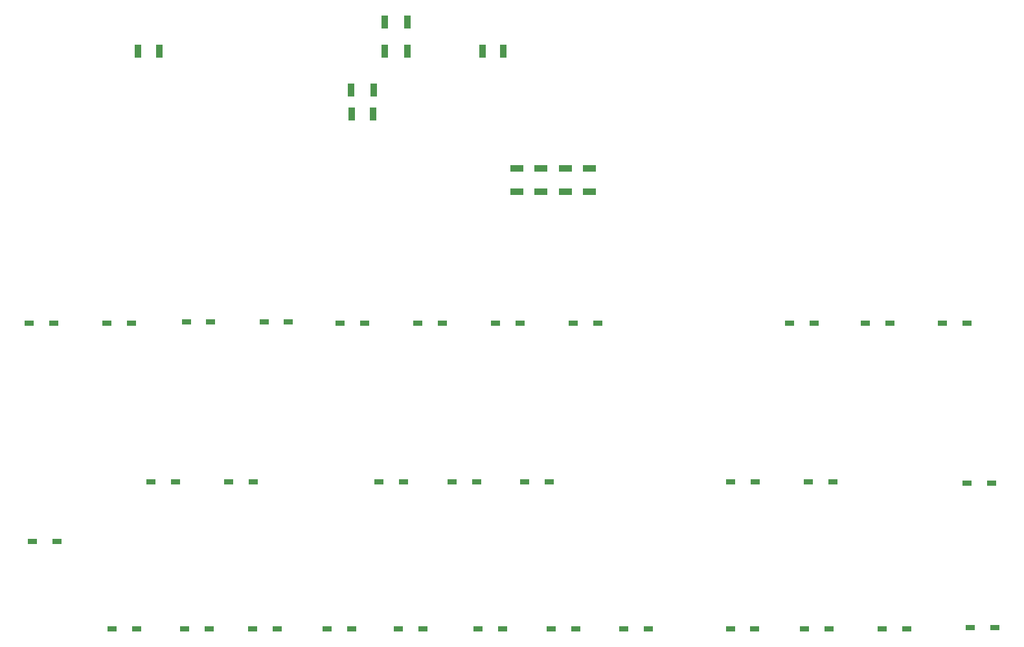
<source format=gbr>
G04 DesignSpark PCB Gerber Version 9.0 Build 5138 *
%FSLAX35Y35*%
%MOIN*%
%ADD82R,0.03734X0.06687*%
%ADD83R,0.03813X0.06765*%
%ADD80R,0.05112X0.02553*%
%ADD81R,0.06687X0.03734*%
X0Y0D02*
D02*
D80*
X51801Y208100D03*
X53297Y95600D03*
X64399Y208100D03*
X65895Y95600D03*
X91801Y208100D03*
X94301Y50600D03*
X104399Y208100D03*
X106899Y50600D03*
X114301Y126330D03*
X126899D03*
X131801Y50600D03*
X132549Y208830D03*
X144399Y50600D03*
X145147Y208830D03*
X154301Y126330D03*
X166801Y50600D03*
X166899Y126330D03*
X172549Y208830D03*
X179399Y50600D03*
X185147Y208830D03*
X205049Y50600D03*
X211801Y207965D03*
X217647Y50600D03*
X224399Y207965D03*
X231801Y126330D03*
X241801Y50600D03*
X244399Y126330D03*
X251676Y207965D03*
X254399Y50600D03*
X264274Y207965D03*
X269301Y126330D03*
X281899D03*
X282844Y50600D03*
X291676Y207965D03*
X295443Y50600D03*
X304274Y207965D03*
X306801Y126330D03*
X319399D03*
X320344Y50600D03*
X331801Y207965D03*
X332943Y50600D03*
X344399Y207965D03*
X357844Y50600D03*
X370443D03*
X412549D03*
X412844Y126289D03*
X425147Y50600D03*
X425443Y126289D03*
X443113Y208100D03*
X450797Y50600D03*
X452844Y126289D03*
X455712Y208100D03*
X463395Y50600D03*
X465443Y126289D03*
X482096Y208100D03*
X490797Y50600D03*
X494694Y208100D03*
X503395Y50600D03*
X521801Y208100D03*
X534301Y125600D03*
X534399Y208100D03*
X536092Y51289D03*
X546899Y125600D03*
X548691Y51289D03*
D02*
D81*
X302667Y275856D03*
Y287667D03*
X315167Y275856D03*
Y287667D03*
X327667Y275856D03*
Y287667D03*
X340167Y275856D03*
Y287667D03*
D02*
D82*
X217194Y328100D03*
X229006D03*
X234694Y348100D03*
Y363100D03*
X246506Y348100D03*
Y363100D03*
D02*
D83*
X107667Y348100D03*
X118533D03*
X217667Y315600D03*
X228533D03*
X284948Y348100D03*
X295815D03*
X0Y0D02*
M02*

</source>
